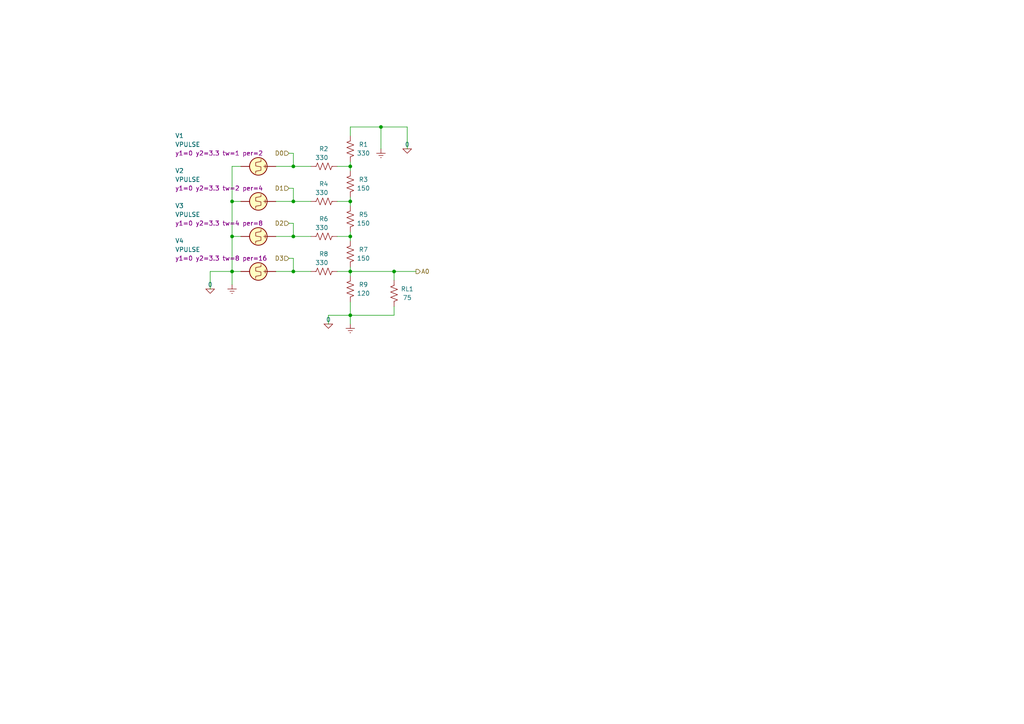
<source format=kicad_sch>
(kicad_sch (version 20230121) (generator eeschema)
  (paper "A4")
  (lib_symbols
    (symbol "Device:R_US" (pin_numbers hide) (pin_names (offset 0))
      (property "Reference" "R" (at 2.54 0 90))
      (property "Value" "R_US" (at -2.54 0 90))
      (symbol "R_US_0_1"
        (polyline (pts (xy 0 -2.286) (xy 0 -2.54)))
        (polyline (pts (xy 0 2.286) (xy 0 2.54)))
        (polyline (pts (xy 0 -0.762) (xy 1.016 -1.143) (xy 0 -1.524) (xy -1.016 -1.905) (xy 0 -2.286)))
        (polyline (pts (xy 0 0.762) (xy 1.016 0.381) (xy 0 0) (xy -1.016 -0.381) (xy 0 -0.762)))
        (polyline (pts (xy 0 2.286) (xy 1.016 1.905) (xy 0 1.524) (xy -1.016 1.143) (xy 0 0.762)))
      )
      (symbol "R_US_1_1"
        (pin passive line (at 0 3.81 270) (length 1.27) (name "~") (number "1"))
        (pin passive line (at 0 -3.81 90) (length 1.27) (name "~") (number "2"))
      )
    )
    (symbol "Simulation_SPICE:0" (power) (pin_names (offset 0))
      (property "Value" "0" (at 0 -1.778 0))
      (symbol "0_0_1"
        (polyline (pts (xy -1.27 0) (xy 0 -1.27) (xy 1.27 0) (xy -1.27 0)))
      )
      (symbol "0_1_1"
        (pin power_in line (at 0 0 0) (length 0) hide (name "0") (number "1"))
      )
    )
    (symbol "Simulation_SPICE:VPULSE" (pin_numbers hide) (pin_names (offset 0.0254))
      (property "Reference" "V" (at 2.54 2.54 0))
      (property "Value" "VPULSE" (at 2.54 0 0))
      (property "Sim.Params" "y1=0 y2=1 td=2n tr=2n tf=2n tw=50n per=100n" (at 2.54 -2.54 0))
      (symbol "VPULSE_0_0"
        (polyline (pts (xy -2.032 -0.762) (xy -1.397 -0.762) (xy -1.143 0.762) (xy -0.127 0.762) (xy 0.127 -0.762) (xy 1.143 -0.762) (xy 1.397 0.762) (xy 2.032 0.762)))
        (text "+" (at 0 1.905 0) (effects (font (size 1.27 1.27))))
      )
      (symbol "VPULSE_0_1"
        (circle (center 0 0) (radius 2.54) (stroke (width 0.254)) (fill (type background)))
      )
      (symbol "VPULSE_1_1"
        (pin passive line (at 0 5.08 270) (length 2.54) (name "~") (number "1"))
        (pin passive line (at 0 -5.08 90) (length 2.54) (name "~") (number "2"))
      )
    )
    (symbol "power:Earth" (power) (pin_names (offset 0))
      (symbol "Earth_0_1"
        (polyline (pts (xy -0.635 -1.905) (xy 0.635 -1.905)))
        (polyline (pts (xy -0.127 -2.54) (xy 0.127 -2.54)))
        (polyline (pts (xy 0 -1.27) (xy 0 0)))
        (polyline (pts (xy 1.27 -1.27) (xy -1.27 -1.27)))
      )
      (symbol "Earth_1_1"
        (pin power_in line (at 0 0 270) (length 0) hide (name "Earth") (number "1"))
      )
    )
  )
  (junction (at 67.31 68.58))
  (junction (at 85.09 58.42))
  (junction (at 110.49 36.83))
  (junction (at 101.6 91.44))
  (junction (at 67.31 58.42))
  (junction (at 101.6 48.26))
  (junction (at 85.09 78.74))
  (junction (at 114.3 78.74))
  (junction (at 85.09 68.58))
  (junction (at 101.6 78.74))
  (junction (at 67.31 78.74))
  (junction (at 85.09 48.26))
  (junction (at 101.6 68.58))
  (junction (at 101.6 58.42))
  (wire (pts (xy 85.09 64.77) (xy 85.09 68.58)))
  (wire (pts (xy 69.85 48.26) (xy 67.31 48.26)))
  (wire (pts (xy 85.09 44.45) (xy 85.09 48.26)))
  (wire (pts (xy 114.3 78.74) (xy 120.65 78.74)))
  (wire (pts (xy 97.79 78.74) (xy 101.6 78.74)))
  (wire (pts (xy 101.6 78.74) (xy 114.3 78.74)))
  (wire (pts (xy 60.96 83.82) (xy 60.96 78.74)))
  (wire (pts (xy 85.09 74.93) (xy 85.09 78.74)))
  (wire (pts (xy 101.6 48.26) (xy 101.6 46.99)))
  (wire (pts (xy 67.31 58.42) (xy 67.31 68.58)))
  (wire (pts (xy 101.6 49.53) (xy 101.6 48.26)))
  (wire (pts (xy 110.49 36.83) (xy 110.49 43.18)))
  (wire (pts (xy 114.3 91.44) (xy 101.6 91.44)))
  (wire (pts (xy 80.01 48.26) (xy 85.09 48.26)))
  (wire (pts (xy 85.09 68.58) (xy 90.17 68.58)))
  (wire (pts (xy 118.11 43.18) (xy 118.11 36.83)))
  (wire (pts (xy 97.79 68.58) (xy 101.6 68.58)))
  (wire (pts (xy 80.01 68.58) (xy 85.09 68.58)))
  (wire (pts (xy 85.09 48.26) (xy 90.17 48.26)))
  (wire (pts (xy 101.6 69.85) (xy 101.6 68.58)))
  (wire (pts (xy 101.6 91.44) (xy 101.6 93.98)))
  (wire (pts (xy 101.6 68.58) (xy 101.6 67.31)))
  (wire (pts (xy 67.31 58.42) (xy 69.85 58.42)))
  (wire (pts (xy 101.6 58.42) (xy 101.6 57.15)))
  (wire (pts (xy 83.82 64.77) (xy 85.09 64.77)))
  (wire (pts (xy 101.6 78.74) (xy 101.6 77.47)))
  (wire (pts (xy 67.31 78.74) (xy 67.31 82.55)))
  (wire (pts (xy 95.25 91.44) (xy 101.6 91.44)))
  (wire (pts (xy 95.25 93.98) (xy 95.25 91.44)))
  (wire (pts (xy 83.82 54.61) (xy 85.09 54.61)))
  (wire (pts (xy 97.79 58.42) (xy 101.6 58.42)))
  (wire (pts (xy 80.01 78.74) (xy 85.09 78.74)))
  (wire (pts (xy 85.09 58.42) (xy 90.17 58.42)))
  (wire (pts (xy 114.3 78.74) (xy 114.3 81.28)))
  (wire (pts (xy 60.96 78.74) (xy 67.31 78.74)))
  (wire (pts (xy 101.6 36.83) (xy 110.49 36.83)))
  (wire (pts (xy 101.6 80.01) (xy 101.6 78.74)))
  (wire (pts (xy 67.31 48.26) (xy 67.31 58.42)))
  (wire (pts (xy 83.82 74.93) (xy 85.09 74.93)))
  (wire (pts (xy 101.6 59.69) (xy 101.6 58.42)))
  (wire (pts (xy 114.3 88.9) (xy 114.3 91.44)))
  (wire (pts (xy 97.79 48.26) (xy 101.6 48.26)))
  (wire (pts (xy 67.31 78.74) (xy 69.85 78.74)))
  (wire (pts (xy 69.85 68.58) (xy 67.31 68.58)))
  (wire (pts (xy 80.01 58.42) (xy 85.09 58.42)))
  (wire (pts (xy 85.09 78.74) (xy 90.17 78.74)))
  (wire (pts (xy 85.09 54.61) (xy 85.09 58.42)))
  (wire (pts (xy 118.11 36.83) (xy 110.49 36.83)))
  (wire (pts (xy 67.31 68.58) (xy 67.31 78.74)))
  (wire (pts (xy 101.6 87.63) (xy 101.6 91.44)))
  (wire (pts (xy 101.6 39.37) (xy 101.6 36.83)))
  (wire (pts (xy 83.82 44.45) (xy 85.09 44.45)))
  (hierarchical_label "D3" (shape input) (at 83.82 74.93 180))
  (hierarchical_label "A0" (shape output) (at 120.65 78.74 0))
  (hierarchical_label "D0" (shape input) (at 83.82 44.45 180))
  (hierarchical_label "D2" (shape input) (at 83.82 64.77 180))
  (hierarchical_label "D1" (shape input) (at 83.82 54.61 180))
  (symbol (lib_id "Simulation_SPICE:0") (at 60.96 83.82 0) (unit 1)
    (property "Reference" "#GND01" (effects hide))
    (property "Value" "0" (at 60.96 82.55 0))
  )
  (symbol (lib_id "Simulation_SPICE:VPULSE") (at 74.93 58.42 270) (mirror x) (unit 1)
    (property "Reference" "V2" (at 50.8 49.53 90) (effects (justify left)))
    (property "Value" "VPULSE" (at 50.8 52.07 90) (effects (justify left)))
    (property "Sim.Pins" "1=+ 2=-" (effects hide))
    (property "Sim.Type" "PULSE" (effects hide))
    (property "Sim.Device" "V" (effects hide))
    (property "Sim.Params" "y1=0 y2=3.3 tw=2 per=4" (at 50.8 54.61 90) (effects (justify left)))
  )
  (symbol (lib_id "Device:R_US") (at 101.6 63.5 0) (mirror x) (unit 1)
    (property "Reference" "R5" (at 105.41 62.23 0))
    (property "Value" "150" (at 105.41 64.77 0))
  )
  (symbol (lib_id "Device:R_US") (at 101.6 43.18 0) (mirror x) (unit 1)
    (property "Reference" "R1" (at 105.41 41.91 0))
    (property "Value" "330" (at 105.41 44.45 0))
  )
  (symbol (lib_id "Device:R_US") (at 114.3 85.09 0) (mirror x) (unit 1)
    (property "Reference" "RL1" (at 118.11 83.82 0))
    (property "Value" "75" (at 118.11 86.36 0))
  )
  (symbol (lib_id "Device:R_US") (at 101.6 83.82 0) (mirror x) (unit 1)
    (property "Reference" "R9" (at 105.41 82.55 0))
    (property "Value" "120" (at 105.41 85.09 0))
  )
  (symbol (lib_id "Simulation_SPICE:VPULSE") (at 74.93 48.26 270) (mirror x) (unit 1)
    (property "Reference" "V1" (at 50.8 39.37 90) (effects (justify left)))
    (property "Value" "VPULSE" (at 50.8 41.91 90) (effects (justify left)))
    (property "Sim.Pins" "1=+ 2=-" (effects hide))
    (property "Sim.Type" "PULSE" (effects hide))
    (property "Sim.Device" "V" (effects hide))
    (property "Sim.Params" "y1=0 y2=3.3 tw=1 per=2" (at 50.8 44.45 90) (effects (justify left)))
  )
  (symbol (lib_id "Simulation_SPICE:0") (at 95.25 93.98 0) (unit 1)
    (property "Reference" "#GND03" (effects hide))
    (property "Value" "0" (at 95.25 92.71 0))
  )
  (symbol (lib_id "Simulation_SPICE:0") (at 118.11 43.18 0) (unit 1)
    (property "Reference" "#GND02" (effects hide))
    (property "Value" "0" (at 118.11 41.91 0))
  )
  (symbol (lib_id "power:Earth") (at 101.6 93.98 0) (unit 1)
    (property "Reference" "#PWR0101" (effects hide))
    (property "Value" "Earth" (effects hide))
  )
  (symbol (lib_id "Device:R_US") (at 93.98 78.74 90) (unit 1)
    (property "Reference" "R8" (at 95.25 73.66 90) (effects (justify left)))
    (property "Value" "330" (at 95.25 76.2 90) (effects (justify left)))
  )
  (symbol (lib_id "Device:R_US") (at 101.6 73.66 0) (mirror x) (unit 1)
    (property "Reference" "R7" (at 105.41 72.39 0))
    (property "Value" "150" (at 105.41 74.93 0))
  )
  (symbol (lib_id "Device:R_US") (at 93.98 58.42 90) (unit 1)
    (property "Reference" "R4" (at 95.25 53.34 90) (effects (justify left)))
    (property "Value" "330" (at 95.25 55.88 90) (effects (justify left)))
  )
  (symbol (lib_id "power:Earth") (at 67.31 82.55 0) (unit 1)
    (property "Reference" "#PWR035" (effects hide))
    (property "Value" "Earth" (effects hide))
  )
  (symbol (lib_id "power:Earth") (at 110.49 43.18 0) (unit 1)
    (property "Reference" "#PWR0102" (effects hide))
    (property "Value" "Earth" (effects hide))
  )
  (symbol (lib_id "Device:R_US") (at 93.98 48.26 90) (unit 1)
    (property "Reference" "R2" (at 95.25 43.18 90) (effects (justify left)))
    (property "Value" "330" (at 95.25 45.72 90) (effects (justify left)))
  )
  (symbol (lib_id "Device:R_US") (at 93.98 68.58 90) (unit 1)
    (property "Reference" "R6" (at 95.25 63.5 90) (effects (justify left)))
    (property "Value" "330" (at 95.25 66.04 90) (effects (justify left)))
  )
  (symbol (lib_id "Simulation_SPICE:VPULSE") (at 74.93 68.58 270) (mirror x) (unit 1)
    (property "Reference" "V3" (at 50.8 59.69 90) (effects (justify left)))
    (property "Value" "VPULSE" (at 50.8 62.23 90) (effects (justify left)))
    (property "Sim.Pins" "1=+ 2=-" (effects hide))
    (property "Sim.Type" "PULSE" (effects hide))
    (property "Sim.Device" "V" (effects hide))
    (property "Sim.Params" "y1=0 y2=3.3 tw=4 per=8" (at 50.8 64.77 90) (effects (justify left)))
  )
  (symbol (lib_id "Simulation_SPICE:VPULSE") (at 74.93 78.74 270) (mirror x) (unit 1)
    (property "Reference" "V4" (at 50.8 69.85 90) (effects (justify left)))
    (property "Value" "VPULSE" (at 50.8 72.39 90) (effects (justify left)))
    (property "Sim.Pins" "1=+ 2=-" (effects hide))
    (property "Sim.Type" "PULSE" (effects hide))
    (property "Sim.Device" "V" (effects hide))
    (property "Sim.Params" "y1=0 y2=3.3 tw=8 per=16" (at 50.8 74.93 90) (effects (justify left)))
  )
  (symbol (lib_id "Device:R_US") (at 101.6 53.34 0) (mirror x) (unit 1)
    (property "Reference" "R3" (at 105.41 52.07 0))
    (property "Value" "150" (at 105.41 54.61 0))
  )
)
</source>
